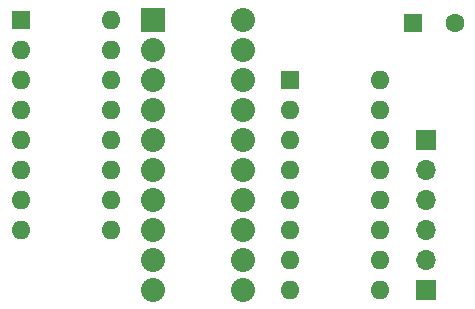
<source format=gbr>
%TF.GenerationSoftware,KiCad,Pcbnew,(6.0.4)*%
%TF.CreationDate,2022-04-18T03:54:29-07:00*%
%TF.ProjectId,led_bar,6c65645f-6261-4722-9e6b-696361645f70,rev?*%
%TF.SameCoordinates,PX7de29c8PY459e508*%
%TF.FileFunction,Copper,L1,Top*%
%TF.FilePolarity,Positive*%
%FSLAX46Y46*%
G04 Gerber Fmt 4.6, Leading zero omitted, Abs format (unit mm)*
G04 Created by KiCad (PCBNEW (6.0.4)) date 2022-04-18 03:54:29*
%MOMM*%
%LPD*%
G01*
G04 APERTURE LIST*
%TA.AperFunction,ComponentPad*%
%ADD10R,1.700000X1.700000*%
%TD*%
%TA.AperFunction,ComponentPad*%
%ADD11O,1.700000X1.700000*%
%TD*%
%TA.AperFunction,ComponentPad*%
%ADD12R,2.032000X2.032000*%
%TD*%
%TA.AperFunction,ComponentPad*%
%ADD13C,2.032000*%
%TD*%
%TA.AperFunction,ComponentPad*%
%ADD14R,1.600000X1.600000*%
%TD*%
%TA.AperFunction,ComponentPad*%
%ADD15O,1.600000X1.600000*%
%TD*%
%TA.AperFunction,ComponentPad*%
%ADD16C,1.600000*%
%TD*%
G04 APERTURE END LIST*
D10*
%TO.P,J2,1,Pin_1*%
%TO.N,Net-(J2-Pad1)*%
X38180000Y-28904800D03*
%TD*%
D11*
%TO.P,J1,5,Pin_5*%
%TO.N,GND*%
X38180000Y-26314000D03*
%TO.P,J1,4,Pin_4*%
%TO.N,Net-(J1-Pad4)*%
X38180000Y-23774000D03*
%TO.P,J1,3,Pin_3*%
%TO.N,Net-(J1-Pad3)*%
X38180000Y-21234000D03*
%TO.P,J1,2,Pin_2*%
%TO.N,Net-(J1-Pad2)*%
X38180000Y-18694000D03*
D10*
%TO.P,J1,1,Pin_1*%
%TO.N,VCC*%
X38180000Y-16154000D03*
%TD*%
D12*
%TO.P,BAR1,1,A*%
%TO.N,Net-(BAR1-Pad1)*%
X15065800Y-5993800D03*
D13*
%TO.P,BAR1,2,A*%
%TO.N,Net-(BAR1-Pad2)*%
X15065800Y-8533800D03*
%TO.P,BAR1,3,A*%
%TO.N,Net-(BAR1-Pad3)*%
X15065800Y-11073800D03*
%TO.P,BAR1,4,A*%
%TO.N,Net-(BAR1-Pad4)*%
X15065800Y-13613800D03*
%TO.P,BAR1,5,A*%
%TO.N,Net-(BAR1-Pad5)*%
X15065800Y-16153800D03*
%TO.P,BAR1,6,A*%
%TO.N,Net-(BAR1-Pad6)*%
X15065800Y-18693800D03*
%TO.P,BAR1,7,A*%
%TO.N,Net-(BAR1-Pad7)*%
X15065800Y-21233800D03*
%TO.P,BAR1,8,A*%
%TO.N,Net-(BAR1-Pad8)*%
X15065800Y-23773800D03*
%TO.P,BAR1,9,A*%
%TO.N,unconnected-(BAR1-Pad9)*%
X15065800Y-26313800D03*
%TO.P,BAR1,10,A*%
%TO.N,unconnected-(BAR1-Pad10)*%
X15065800Y-28853800D03*
%TO.P,BAR1,11,K*%
%TO.N,unconnected-(BAR1-Pad11)*%
X22685800Y-28853800D03*
%TO.P,BAR1,12,K*%
%TO.N,unconnected-(BAR1-Pad12)*%
X22685800Y-26313800D03*
%TO.P,BAR1,13,K*%
%TO.N,Net-(BAR1-Pad13)*%
X22685800Y-23773800D03*
%TO.P,BAR1,14,K*%
%TO.N,Net-(BAR1-Pad14)*%
X22685800Y-21233800D03*
%TO.P,BAR1,15,K*%
%TO.N,Net-(BAR1-Pad15)*%
X22685800Y-18693800D03*
%TO.P,BAR1,16,K*%
%TO.N,Net-(BAR1-Pad16)*%
X22685800Y-16153800D03*
%TO.P,BAR1,17,K*%
%TO.N,Net-(BAR1-Pad17)*%
X22685800Y-13613800D03*
%TO.P,BAR1,18,K*%
%TO.N,Net-(BAR1-Pad18)*%
X22685800Y-11073800D03*
%TO.P,BAR1,19,K*%
%TO.N,Net-(BAR1-Pad19)*%
X22685800Y-8533800D03*
%TO.P,BAR1,20,K*%
%TO.N,Net-(BAR1-Pad20)*%
X22685800Y-5993800D03*
%TD*%
D14*
%TO.P,RN1,1,R1.1*%
%TO.N,VCC*%
X3889800Y-5993800D03*
D15*
%TO.P,RN1,2,R2.1*%
X3889800Y-8533800D03*
%TO.P,RN1,3,R3.1*%
X3889800Y-11073800D03*
%TO.P,RN1,4,R4.1*%
X3889800Y-13613800D03*
%TO.P,RN1,5,R5.1*%
X3889800Y-16153800D03*
%TO.P,RN1,6,R6.1*%
X3889800Y-18693800D03*
%TO.P,RN1,7,R7.1*%
X3889800Y-21233800D03*
%TO.P,RN1,8,R8.1*%
X3889800Y-23773800D03*
%TO.P,RN1,9,R8.2*%
%TO.N,Net-(BAR1-Pad8)*%
X11509800Y-23773800D03*
%TO.P,RN1,10,R7.2*%
%TO.N,Net-(BAR1-Pad7)*%
X11509800Y-21233800D03*
%TO.P,RN1,11,R6.2*%
%TO.N,Net-(BAR1-Pad6)*%
X11509800Y-18693800D03*
%TO.P,RN1,12,R5.2*%
%TO.N,Net-(BAR1-Pad5)*%
X11509800Y-16153800D03*
%TO.P,RN1,13,R4.2*%
%TO.N,Net-(BAR1-Pad4)*%
X11509800Y-13613800D03*
%TO.P,RN1,14,R3.2*%
%TO.N,Net-(BAR1-Pad3)*%
X11509800Y-11073800D03*
%TO.P,RN1,15,R2.2*%
%TO.N,Net-(BAR1-Pad2)*%
X11509800Y-8533800D03*
%TO.P,RN1,16,R1.2*%
%TO.N,Net-(BAR1-Pad1)*%
X11509800Y-5993800D03*
%TD*%
D14*
%TO.P,C1,1*%
%TO.N,VCC*%
X37135898Y-6248000D03*
D16*
%TO.P,C1,2*%
%TO.N,GND*%
X40635898Y-6248000D03*
%TD*%
D14*
%TO.P,U1,1,QB*%
%TO.N,Net-(BAR1-Pad19)*%
X26725000Y-11078000D03*
D15*
%TO.P,U1,2,QC*%
%TO.N,Net-(BAR1-Pad18)*%
X26725000Y-13618000D03*
%TO.P,U1,3,QD*%
%TO.N,Net-(BAR1-Pad17)*%
X26725000Y-16158000D03*
%TO.P,U1,4,QE*%
%TO.N,Net-(BAR1-Pad16)*%
X26725000Y-18698000D03*
%TO.P,U1,5,QF*%
%TO.N,Net-(BAR1-Pad15)*%
X26725000Y-21238000D03*
%TO.P,U1,6,QG*%
%TO.N,Net-(BAR1-Pad14)*%
X26725000Y-23778000D03*
%TO.P,U1,7,QH*%
%TO.N,Net-(BAR1-Pad13)*%
X26725000Y-26318000D03*
%TO.P,U1,8,GND*%
%TO.N,GND*%
X26725000Y-28858000D03*
%TO.P,U1,9,QH'*%
%TO.N,Net-(J2-Pad1)*%
X34345000Y-28858000D03*
%TO.P,U1,10,~{SRCLR}*%
%TO.N,GND*%
X34345000Y-26318000D03*
%TO.P,U1,11,SRCLK*%
%TO.N,Net-(J1-Pad4)*%
X34345000Y-23778000D03*
%TO.P,U1,12,RCLK*%
%TO.N,Net-(J1-Pad3)*%
X34345000Y-21238000D03*
%TO.P,U1,13,~{OE}*%
%TO.N,GND*%
X34345000Y-18698000D03*
%TO.P,U1,14,SER*%
%TO.N,Net-(J1-Pad2)*%
X34345000Y-16158000D03*
%TO.P,U1,15,QA*%
%TO.N,Net-(BAR1-Pad20)*%
X34345000Y-13618000D03*
%TO.P,U1,16,VCC*%
%TO.N,VCC*%
X34345000Y-11078000D03*
%TD*%
M02*

</source>
